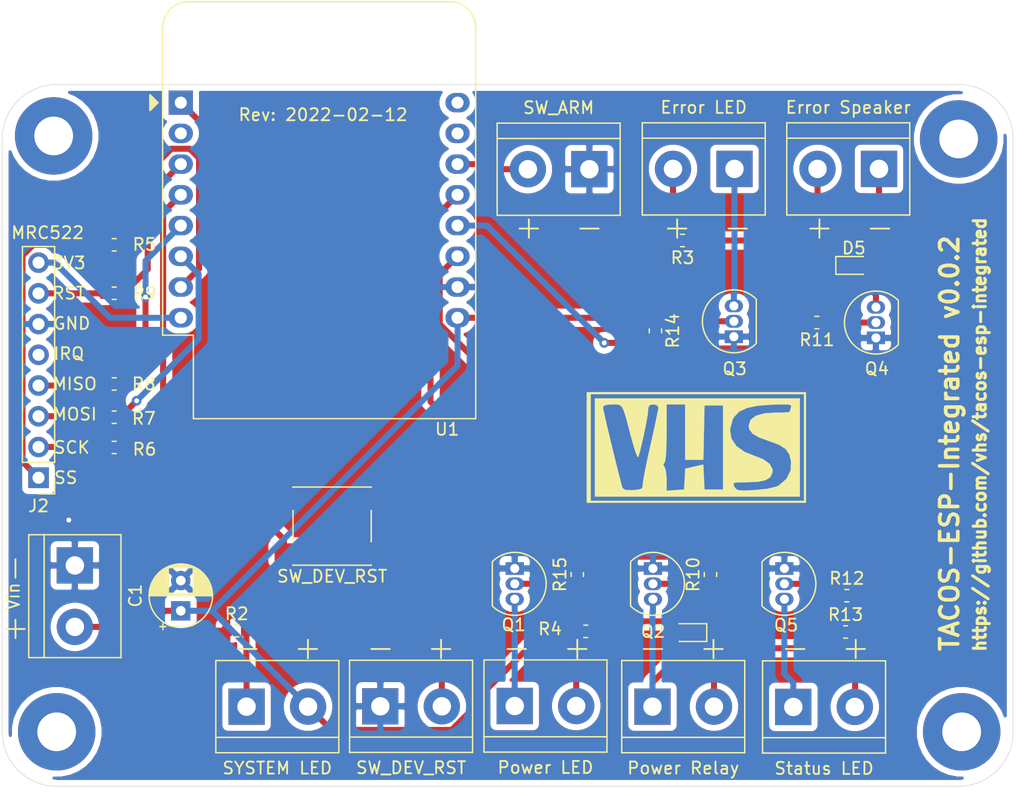
<source format=kicad_pcb>
(kicad_pcb (version 20171130) (host pcbnew "(5.1.6)-1")
  (layers (0 F.Cu mixed) (31 B.Cu mixed) (35 F.Paste user) (37 F.SilkS user) (38 B.Mask user) (39 F.Mask user) (44 Edge.Cuts user))
  (net 0 "")
  (net 1 "Net-(D1-Pad1)")
  (net 2 "Net-(D3-Pad1)")
  (net 3 GND)
  (net 4 MISO)
  (net 5 MOSI)
  (net 6 SCK)
  (net 7 SS)
  (net 8 ERROR_NET)
  (net 9 POWER_NET)
  (net 10 SWITCH)
  (net 11 RST)
  (net 12 STATUS_NET)
  (net 13 "Net-(D2-Pad1)")
  (net 14 "Net-(J2-Pad7)")
  (net 15 "Net-(J2-Pad4)")
  (net 16 "Net-(J2-Pad3)")
  (net 17 "Net-(J2-Pad2)")
  (net 18 "Net-(J2-Pad1)")
  (net 19 "Net-(D4-Pad1)")
  (net 20 "Net-(D2-Pad2)")
  (net 21 "Net-(D3-Pad2)")
  (net 22 "Net-(D4-Pad2)")
  (net 23 "Net-(D5-Pad2)")
  (net 24 "Net-(D6-Pad2)")
  (net 25 "Net-(Q1-Pad2)")
  (net 26 "Net-(Q2-Pad2)")
  (net 27 "Net-(Q3-Pad2)")
  (net 28 "Net-(Q4-Pad2)")
  (net 29 "Net-(Q5-Pad2)")
  (net 30 +5V)
  (net 31 DEV_RST)
  (net 32 +3V3)
  (module Resistor_SMD:R_0603_1608Metric (layer F.Cu) (at 26.5 37.75 180)
    (fp_text reference R5 (at -2.5 0.0254) (layer F.SilkS))
    (fp_text value R100 hide)
    (pad 2 smd roundrect (at 0.7875 0 180) (size 0.875 0.95) (layers F.Cu F.Paste F.Mask) (net 18 "Net-(J2-Pad1)"))
    (pad 1 smd roundrect (at -0.7875 0 180) (size 0.875 0.95) (layers F.Cu F.Paste F.Mask) (net 7 SS))
  )
  (module Resistor_SMD:R_0603_1608Metric (layer F.Cu) (at 26.5 49.25 180)
    (fp_text reference R8 (at -2.4464 0) (layer F.SilkS))
    (fp_text value R100 hide)
    (pad 2 smd roundrect (at 0.7875 0 180) (size 0.875 0.95) (layers F.Cu F.Paste F.Mask) (net 15 "Net-(J2-Pad4)"))
    (pad 1 smd roundrect (at -0.7875 0 180) (size 0.875 0.95) (layers F.Cu F.Paste F.Mask) (net 4 MISO))
  )
  (module Connector_PinHeader_2.54mm:PinHeader_1x08_P2.54mm_Vertical (layer F.Cu) (at 20.25 57 180)
    (fp_text reference J2 (at 0 -2.33) (layer F.SilkS))
    (fp_text value MRC522 (at -0.75 20.25) (layer F.SilkS))
    (pad 8 thru_hole oval (at 0 17.78 180) (size 1.7 1.7) (drill 1) (layers *.Cu *.Mask) (net 32 +3V3))
    (pad 7 thru_hole oval (at 0 15.24 180) (size 1.7 1.7) (drill 1) (layers *.Cu *.Mask) (net 14 "Net-(J2-Pad7)"))
    (pad 6 thru_hole oval (at 0 12.7 180) (size 1.7 1.7) (drill 1) (layers *.Cu *.Mask) (net 3 GND))
    (pad 5 thru_hole oval (at 0 10.16 180) (size 1.7 1.7) (drill 1) (layers *.Cu *.Mask))
    (pad 4 thru_hole oval (at 0 7.62 180) (size 1.7 1.7) (drill 1) (layers *.Cu *.Mask) (net 15 "Net-(J2-Pad4)"))
    (pad 3 thru_hole oval (at 0 5.08 180) (size 1.7 1.7) (drill 1) (layers *.Cu *.Mask) (net 16 "Net-(J2-Pad3)"))
    (pad 2 thru_hole oval (at 0 2.54 180) (size 1.7 1.7) (drill 1) (layers *.Cu *.Mask) (net 17 "Net-(J2-Pad2)"))
    (pad 1 thru_hole rect (at 0 0 180) (size 1.7 1.7) (drill 1) (layers *.Cu *.Mask) (net 18 "Net-(J2-Pad1)"))
  )
  (module Resistor_SMD:R_0603_1608Metric (layer F.Cu) (at 26.5 54.5 180)
    (fp_text reference R6 (at -2.5036 -0.1524) (layer F.SilkS))
    (fp_text value R100 hide)
    (pad 2 smd roundrect (at 0.7875 0 180) (size 0.875 0.95) (layers F.Cu F.Paste F.Mask) (net 17 "Net-(J2-Pad2)"))
    (pad 1 smd roundrect (at -0.7875 0 180) (size 0.875 0.95) (layers F.Cu F.Paste F.Mask) (net 6 SCK))
  )
  (module Resistor_SMD:R_0603_1608Metric (layer F.Cu) (at 26.5 41.75 180)
    (fp_text reference R9 (at -2.5 0) (layer F.SilkS))
    (fp_text value R100 hide)
    (pad 2 smd roundrect (at 0.7875 0 180) (size 0.875 0.95) (layers F.Cu F.Paste F.Mask) (net 14 "Net-(J2-Pad7)"))
    (pad 1 smd roundrect (at -0.7875 0 180) (size 0.875 0.95) (layers F.Cu F.Paste F.Mask) (net 11 RST))
  )
  (module Resistor_SMD:R_0603_1608Metric (layer F.Cu) (at 26.5 52 180)
    (fp_text reference R7 (at -2.4464 -0.1016) (layer F.SilkS))
    (fp_text value R100 hide)
    (pad 2 smd roundrect (at 0.7875 0 180) (size 0.875 0.95) (layers F.Cu F.Paste F.Mask) (net 16 "Net-(J2-Pad3)"))
    (pad 1 smd roundrect (at -0.7875 0 180) (size 0.875 0.95) (layers F.Cu F.Paste F.Mask) (net 5 MOSI))
  )
  (module "TACOS-ESP-Integrated:VHS logo - 150dpi" (layer F.Cu) (at 74.5 54.5)
    (fp_text reference G*** hide)
    (fp_text value LOGO hide)
  )
  (module Capacitor_THT:CP_Radial_D5.0mm_P2.50mm (layer F.Cu) (at 32 68 90)
    (fp_text reference C1 (at 1.25 -3.75 90) (layer F.SilkS))
    (fp_text value CP)
    (pad 2 thru_hole circle (at 2.5 0 90) (size 1.6 1.6) (drill 0.8) (layers *.Cu *.Mask) (net 3 GND))
    (pad 1 thru_hole rect (at 0 0 90) (size 1.6 1.6) (drill 0.8) (layers *.Cu *.Mask) (net 30 +5V))
  )
  (module Button_Switch_SMD:SW_SPST_PTS645 (layer F.Cu) (at 44.5 61)
    (fp_text reference SW3)
    (fp_text value SW_DEV_RST (at 0 4.15) (layer F.SilkS))
    (pad 2 smd rect (at 3.98 2.25) (size 1.55 1.3) (layers F.Cu F.Paste F.Mask) (net 31 DEV_RST))
    (pad 1 smd rect (at 3.98 -2.25) (size 1.55 1.3) (layers F.Cu F.Paste F.Mask) (net 3 GND))
    (pad 1 smd rect (at -3.98 -2.25) (size 1.55 1.3) (layers F.Cu F.Paste F.Mask) (net 3 GND))
    (pad 2 smd rect (at -3.98 2.25) (size 1.55 1.3) (layers F.Cu F.Paste F.Mask) (net 31 DEV_RST))
  )
  (module Resistor_SMD:R_0603_1608Metric (layer F.Cu) (at 64.75 65 90)
    (fp_text reference R15 (at 0 -1.43 90) (layer F.SilkS))
    (fp_text value R1K)
    (pad 2 smd roundrect (at 0.7875 0 90) (size 0.875 0.95) (layers F.Cu F.Paste F.Mask) (net 9 POWER_NET))
    (pad 1 smd roundrect (at -0.7875 0 90) (size 0.875 0.95) (layers F.Cu F.Paste F.Mask) (net 25 "Net-(Q1-Pad2)"))
  )
  (module Package_TO_SOT_THT:TO-92_Inline (layer F.Cu) (at 81.8574 64.5 270)
    (fp_text reference Q5 (at 4.6926 -0.1426 180) (layer F.SilkS))
    (fp_text value PN2222A)
    (pad 1 thru_hole rect (at 0 0 270) (size 1.05 1.5) (drill 0.75) (layers *.Cu *.Mask) (net 3 GND))
    (pad 3 thru_hole oval (at 2.54 0 270) (size 1.05 1.5) (drill 0.75) (layers *.Cu *.Mask) (net 19 "Net-(D4-Pad1)"))
    (pad 2 thru_hole oval (at 1.27 0 270) (size 1.05 1.5) (drill 0.75) (layers *.Cu *.Mask) (net 29 "Net-(Q5-Pad2)"))
  )
  (module Package_TO_SOT_THT:TO-92_Inline (layer F.Cu) (at 71 64.5 270)
    (fp_text reference Q2 (at 5.2046 -0.0138 180) (layer F.SilkS))
    (fp_text value PN2222A)
    (pad 1 thru_hole rect (at 0 0 270) (size 1.05 1.5) (drill 0.75) (layers *.Cu *.Mask) (net 3 GND))
    (pad 3 thru_hole oval (at 2.54 0 270) (size 1.05 1.5) (drill 0.75) (layers *.Cu *.Mask) (net 24 "Net-(D6-Pad2)"))
    (pad 2 thru_hole oval (at 1.27 0 270) (size 1.05 1.5) (drill 0.75) (layers *.Cu *.Mask) (net 26 "Net-(Q2-Pad2)"))
  )
  (module Resistor_SMD:R_0603_1608Metric (layer F.Cu) (at 75.75 65 90)
    (fp_text reference R10 (at 0 -1.43 90) (layer F.SilkS))
    (fp_text value R4.7K)
    (pad 2 smd roundrect (at 0.7875 0 90) (size 0.875 0.95) (layers F.Cu F.Paste F.Mask) (net 9 POWER_NET))
    (pad 1 smd roundrect (at -0.7875 0 90) (size 0.875 0.95) (layers F.Cu F.Paste F.Mask) (net 26 "Net-(Q2-Pad2)"))
  )
  (module MountingHole:MountingHole_3.2mm_M3_Pad (layer F.Cu) (at 96.25 29)
    (fp_text reference H4)
    (fp_text value MountingHole)
    (pad 1 thru_hole circle (at 0 0) (size 6.4 6.4) (drill 3.2) (layers *.Cu *.Mask))
  )
  (module MountingHole:MountingHole_3.2mm_M3_Pad (layer F.Cu) (at 96.5 78)
    (fp_text reference H3)
    (fp_text value MountingHole)
    (pad 1 thru_hole circle (at 0 0) (size 6.4 6.4) (drill 3.2) (layers *.Cu *.Mask))
  )
  (module MountingHole:MountingHole_3.2mm_M3_Pad (layer F.Cu) (at 21.75 78)
    (fp_text reference H2 hide)
    (fp_text value MountingHole hide)
    (pad 1 thru_hole circle (at 0 0) (size 6.4 6.4) (drill 3.2) (layers *.Cu *.Mask))
  )
  (module MountingHole:MountingHole_3.2mm_M3_Pad (layer F.Cu) (at 21.5 28.75)
    (fp_text reference H1)
    (fp_text value MountingHole hide)
    (pad 1 thru_hole circle (at 0 0) (size 6.4 6.4) (drill 3.2) (layers *.Cu *.Mask))
  )
  (module Package_TO_SOT_THT:TO-92_Inline (layer F.Cu) (at 89.42 45.4446 90)
    (fp_text reference Q4 (at -2.5554 0.08 180) (layer F.SilkS))
    (fp_text value PN2222A)
    (pad 1 thru_hole rect (at 0 0 90) (size 1.05 1.5) (drill 0.75) (layers *.Cu *.Mask) (net 3 GND))
    (pad 3 thru_hole oval (at 2.54 0 90) (size 1.05 1.5) (drill 0.75) (layers *.Cu *.Mask) (net 23 "Net-(D5-Pad2)"))
    (pad 2 thru_hole oval (at 1.27 0 90) (size 1.05 1.5) (drill 0.75) (layers *.Cu *.Mask) (net 28 "Net-(Q4-Pad2)"))
  )
  (module TerminalBlock:TerminalBlock_bornier-2_P5.08mm (layer F.Cu) (at 48.4818 75.8952)
    (fp_text reference SW2)
    (fp_text value SW_DEV_RST (at 2.54 5.08) (layer F.SilkS))
    (pad 2 thru_hole circle (at 5.08 0) (size 3 3) (drill 1.52) (layers *.Cu *.Mask) (net 31 DEV_RST))
    (pad 1 thru_hole rect (at 0 0) (size 3 3) (drill 1.52) (layers *.Cu *.Mask) (net 3 GND))
  )
  (module TerminalBlock:TerminalBlock_bornier-2_P5.08mm (layer F.Cu) (at 89.674 31.4746 180)
    (fp_text reference LS1)
    (fp_text value "Error Speaker" (at 2.54 5.08) (layer F.SilkS))
    (pad 2 thru_hole circle (at 5.08 0 180) (size 3 3) (drill 1.52) (layers *.Cu *.Mask) (net 30 +5V))
    (pad 1 thru_hole rect (at 0 0 180) (size 3 3) (drill 1.52) (layers *.Cu *.Mask) (net 23 "Net-(D5-Pad2)"))
  )
  (module Resistor_SMD:R_0603_1608Metric (layer F.Cu) (at 84.5432 44.1746 180)
    (fp_text reference R11 (at 0 -1.43) (layer F.SilkS))
    (fp_text value R1K)
    (pad 2 smd roundrect (at 0.7875 0 180) (size 0.875 0.95) (layers F.Cu F.Paste F.Mask) (net 8 ERROR_NET))
    (pad 1 smd roundrect (at -0.7875 0 180) (size 0.875 0.95) (layers F.Cu F.Paste F.Mask) (net 28 "Net-(Q4-Pad2)"))
  )
  (module Resistor_SMD:R_0603_1608Metric (layer F.Cu) (at 71.2082 44.8604 270)
    (fp_text reference R14 (at 0 -1.43 90) (layer F.SilkS))
    (fp_text value R1K)
    (pad 2 smd roundrect (at 0.7875 0 270) (size 0.875 0.95) (layers F.Cu F.Paste F.Mask) (net 8 ERROR_NET))
    (pad 1 smd roundrect (at -0.7875 0 270) (size 0.875 0.95) (layers F.Cu F.Paste F.Mask) (net 27 "Net-(Q3-Pad2)"))
  )
  (module Resistor_SMD:R_0603_1608Metric (layer F.Cu) (at 86.912 69.7484)
    (fp_text reference R13 (at 0 -1.43) (layer F.SilkS))
    (fp_text value R330)
    (pad 2 smd roundrect (at 0.7875 0) (size 0.875 0.95) (layers F.Cu F.Paste F.Mask) (net 22 "Net-(D4-Pad2)"))
    (pad 1 smd roundrect (at -0.7875 0) (size 0.875 0.95) (layers F.Cu F.Paste F.Mask) (net 30 +5V))
  )
  (module Diode_SMD:D_0603_1608Metric (layer F.Cu) (at 73.958 69.7992 180)
    (fp_text reference D6)
    (fp_text value D)
    (pad 2 smd roundrect (at 0.7875 0 180) (size 0.875 0.95) (layers F.Cu F.Paste F.Mask) (net 24 "Net-(D6-Pad2)"))
    (pad 1 smd roundrect (at -0.7875 0 180) (size 0.875 0.95) (layers F.Cu F.Paste F.Mask) (net 30 +5V))
  )
  (module Diode_SMD:D_0603_1608Metric (layer F.Cu) (at 87.5912 39.4502)
    (fp_text reference D5 (at 0 -1.43) (layer F.SilkS))
    (fp_text value D)
    (pad 2 smd roundrect (at 0.7875 0) (size 0.875 0.95) (layers F.Cu F.Paste F.Mask) (net 23 "Net-(D5-Pad2)"))
    (pad 1 smd roundrect (at -0.7875 0) (size 0.875 0.95) (layers F.Cu F.Paste F.Mask) (net 30 +5V))
  )
  (module Module:WEMOS_D1_mini_light (layer F.Cu) (at 32 26)
    (fp_text reference U1 (at 22 27) (layer F.SilkS))
    (fp_text value WeMos_D1_mini)
    (pad 16 thru_hole oval (at 22.86 0) (size 2 1.6) (drill 1) (layers *.Cu *.Mask))
    (pad 15 thru_hole oval (at 22.86 2.54) (size 2 1.6) (drill 1) (layers *.Cu *.Mask))
    (pad 14 thru_hole oval (at 22.86 5.08) (size 2 1.6) (drill 1) (layers *.Cu *.Mask) (net 10 SWITCH))
    (pad 13 thru_hole oval (at 22.86 7.62) (size 2 1.6) (drill 1) (layers *.Cu *.Mask) (net 9 POWER_NET))
    (pad 12 thru_hole oval (at 22.86 10.16) (size 2 1.6) (drill 1) (layers *.Cu *.Mask) (net 8 ERROR_NET))
    (pad 11 thru_hole oval (at 22.86 12.7) (size 2 1.6) (drill 1) (layers *.Cu *.Mask) (net 12 STATUS_NET))
    (pad 10 thru_hole oval (at 22.86 15.24) (size 2 1.6) (drill 1) (layers *.Cu *.Mask) (net 3 GND))
    (pad 9 thru_hole oval (at 22.86 17.78) (size 2 1.6) (drill 1) (layers *.Cu *.Mask) (net 30 +5V))
    (pad 8 thru_hole oval (at 0 17.78) (size 2 1.6) (drill 1) (layers *.Cu *.Mask) (net 32 +3V3))
    (pad 7 thru_hole oval (at 0 15.24) (size 2 1.6) (drill 1) (layers *.Cu *.Mask) (net 7 SS))
    (pad 6 thru_hole oval (at 0 12.7) (size 2 1.6) (drill 1) (layers *.Cu *.Mask) (net 5 MOSI))
    (pad 5 thru_hole oval (at 0 10.16) (size 2 1.6) (drill 1) (layers *.Cu *.Mask) (net 4 MISO))
    (pad 4 thru_hole oval (at 0 7.62) (size 2 1.6) (drill 1) (layers *.Cu *.Mask) (net 6 SCK))
    (pad 3 thru_hole oval (at 0 5.08) (size 2 1.6) (drill 1) (layers *.Cu *.Mask) (net 11 RST))
    (pad 1 thru_hole rect (at 0 0) (size 2 2) (drill 1) (layers *.Cu *.Mask) (net 31 DEV_RST))
    (pad 2 thru_hole oval (at 0 2.54) (size 2 1.6) (drill 1) (layers *.Cu *.Mask))
  )
  (module TerminalBlock:TerminalBlock_bornier-2_P5.08mm (layer F.Cu) (at 23.25 64.25 270)
    (fp_text reference J4)
    (fp_text value Vin (at 2.54 5.08 90) (layer F.SilkS))
    (pad 2 thru_hole circle (at 5.08 0 270) (size 3 3) (drill 1.52) (layers *.Cu *.Mask) (net 30 +5V))
    (pad 1 thru_hole rect (at 0 0 270) (size 3 3) (drill 1.52) (layers *.Cu *.Mask) (net 3 GND))
  )
  (module Package_TO_SOT_THT:TO-92_Inline (layer F.Cu) (at 77.6852 45.343 90)
    (fp_text reference Q3 (at -2.657 0.0648 180) (layer F.SilkS))
    (fp_text value PN2222A)
    (pad 1 thru_hole rect (at 0 0 90) (size 1.05 1.5) (drill 0.75) (layers *.Cu *.Mask) (net 3 GND))
    (pad 3 thru_hole oval (at 2.54 0 90) (size 1.05 1.5) (drill 0.75) (layers *.Cu *.Mask) (net 13 "Net-(D2-Pad1)"))
    (pad 2 thru_hole oval (at 1.27 0 90) (size 1.05 1.5) (drill 0.75) (layers *.Cu *.Mask) (net 27 "Net-(Q3-Pad2)"))
  )
  (module Resistor_SMD:R_0603_1608Metric (layer F.Cu) (at 87.0136 66.7512)
    (fp_text reference R12 (at 0 -1.43) (layer F.SilkS))
    (fp_text value R330)
    (pad 2 smd roundrect (at 0.7875 0) (size 0.875 0.95) (layers F.Cu F.Paste F.Mask) (net 12 STATUS_NET))
    (pad 1 smd roundrect (at -0.7875 0) (size 0.875 0.95) (layers F.Cu F.Paste F.Mask) (net 29 "Net-(Q5-Pad2)"))
  )
  (module Resistor_SMD:R_0603_1608Metric (layer F.Cu) (at 36.6201 69.6468 180)
    (fp_text reference R2 (at 0 1.3968) (layer F.SilkS))
    (fp_text value R330)
    (pad 2 smd roundrect (at 0.7875 0 180) (size 0.875 0.95) (layers F.Cu F.Paste F.Mask) (net 3 GND))
    (pad 1 smd roundrect (at -0.7875 0 180) (size 0.875 0.95) (layers F.Cu F.Paste F.Mask) (net 1 "Net-(D1-Pad1)"))
  )
  (module TerminalBlock:TerminalBlock_bornier-2_P5.08mm (layer F.Cu) (at 82.594 75.946)
    (fp_text reference D4)
    (fp_text value "Status LED" (at 2.54 5.08) (layer F.SilkS))
    (pad 2 thru_hole circle (at 5.08 0) (size 3 3) (drill 1.52) (layers *.Cu *.Mask) (net 22 "Net-(D4-Pad2)"))
    (pad 1 thru_hole rect (at 0 0) (size 3 3) (drill 1.52) (layers *.Cu *.Mask) (net 19 "Net-(D4-Pad1)"))
  )
  (module TerminalBlock:TerminalBlock_bornier-2_P5.08mm (layer F.Cu) (at 37.4328 75.9206)
    (fp_text reference D1)
    (fp_text value "SYSTEM LED" (at 2.54 5.08) (layer F.SilkS))
    (pad 2 thru_hole circle (at 5.08 0) (size 3 3) (drill 1.52) (layers *.Cu *.Mask) (net 30 +5V))
    (pad 1 thru_hole rect (at 0 0) (size 3 3) (drill 1.52) (layers *.Cu *.Mask) (net 1 "Net-(D1-Pad1)"))
  )
  (module Resistor_SMD:R_0603_1608Metric (layer F.Cu) (at 73.4433 37.3928 180)
    (fp_text reference R3 (at 0 -1.43) (layer F.SilkS))
    (fp_text value R330 hide)
    (pad 2 smd roundrect (at 0.7875 0 180) (size 0.875 0.95) (layers F.Cu F.Paste F.Mask) (net 20 "Net-(D2-Pad2)"))
    (pad 1 smd roundrect (at -0.7875 0 180) (size 0.875 0.95) (layers F.Cu F.Paste F.Mask) (net 30 +5V))
  )
  (module TerminalBlock:TerminalBlock_bornier-2_P5.08mm (layer F.Cu) (at 77.736 31.4746 180)
    (fp_text reference D2)
    (fp_text value "Error LED" (at 2.54 5.08) (layer F.SilkS))
    (pad 2 thru_hole circle (at 5.08 0 180) (size 3 3) (drill 1.52) (layers *.Cu *.Mask) (net 20 "Net-(D2-Pad2)"))
    (pad 1 thru_hole rect (at 0 0 180) (size 3 3) (drill 1.52) (layers *.Cu *.Mask) (net 13 "Net-(D2-Pad1)"))
  )
  (module Package_TO_SOT_THT:TO-92_Inline (layer F.Cu) (at 59.5816 64.5 270)
    (fp_text reference Q1 (at 4.6592 0.0816 180) (layer F.SilkS))
    (fp_text value PN2222A)
    (pad 1 thru_hole rect (at 0 0 270) (size 1.05 1.5) (drill 0.75) (layers *.Cu *.Mask) (net 3 GND))
    (pad 3 thru_hole oval (at 2.54 0 270) (size 1.05 1.5) (drill 0.75) (layers *.Cu *.Mask) (net 2 "Net-(D3-Pad1)"))
    (pad 2 thru_hole oval (at 1.27 0 270) (size 1.05 1.5) (drill 0.75) (layers *.Cu *.Mask) (net 25 "Net-(Q1-Pad2)"))
  )
  (module TerminalBlock:TerminalBlock_bornier-2_P5.08mm (layer F.Cu) (at 70.9608 75.9206)
    (fp_text reference J1)
    (fp_text value "Power Relay" (at 2.54 5.08) (layer F.SilkS))
    (pad 2 thru_hole circle (at 5.08 0) (size 3 3) (drill 1.52) (layers *.Cu *.Mask) (net 30 +5V))
    (pad 1 thru_hole rect (at 0 0) (size 3 3) (drill 1.52) (layers *.Cu *.Mask) (net 24 "Net-(D6-Pad2)"))
  )
  (module Resistor_SMD:R_0603_1608Metric (layer F.Cu) (at 65.449 69.6976 180)
    (fp_text reference R4 (at 2.949 0.1976) (layer F.SilkS))
    (fp_text value R330 hide)
    (pad 2 smd roundrect (at 0.7875 0 180) (size 0.875 0.95) (layers F.Cu F.Paste F.Mask) (net 21 "Net-(D3-Pad2)"))
    (pad 1 smd roundrect (at -0.7875 0 180) (size 0.875 0.95) (layers F.Cu F.Paste F.Mask) (net 30 +5V))
  )
  (module TerminalBlock:TerminalBlock_bornier-2_P5.08mm (layer F.Cu) (at 59.5816 75.8698)
    (fp_text reference D3)
    (fp_text value "Power LED" (at 2.54 5.08) (layer F.SilkS))
    (pad 2 thru_hole circle (at 5.08 0) (size 3 3) (drill 1.52) (layers *.Cu *.Mask) (net 21 "Net-(D3-Pad2)"))
    (pad 1 thru_hole rect (at 0 0) (size 3 3) (drill 1.52) (layers *.Cu *.Mask) (net 2 "Net-(D3-Pad1)"))
  )
  (module TerminalBlock:TerminalBlock_bornier-2_P5.08mm (layer F.Cu) (at 65.75 31.5 180)
    (fp_text reference SW1)
    (fp_text value SW_ARM (at 2.54 5.08) (layer F.SilkS))
    (pad 2 thru_hole circle (at 5.08 0 180) (size 3 3) (drill 1.52) (layers *.Cu *.Mask) (net 10 SWITCH))
    (pad 1 thru_hole rect (at 0 0 180) (size 3 3) (drill 1.52) (layers *.Cu *.Mask) (net 3 GND))
  )
  (gr_text IRQ (at 22.75 46.75) (layer F.SilkS) (effects (font (size 1 1))))
  (gr_text RST (at 22.75 41.75) (layer F.SilkS) (effects (font (size 1 1))))
  (gr_text MISO (at 23.25 49.25) (layer F.SilkS) (effects (font (size 1 1))))
  (gr_text GND (at 23 44.25) (layer F.SilkS) (effects (font (size 1 1))))
  (gr_text MOSI (at 23.25 51.75) (layer F.SilkS) (effects (font (size 1 1))))
  (gr_text SCK (at 23 54.5) (layer F.SilkS) (effects (font (size 1 1))))
  (gr_text 3V3 (at 22.75 39.25) (layer F.SilkS) (effects (font (size 1 1))))
  (gr_text SS (at 22.5 57) (layer F.SilkS) (effects (font (size 1 1))))
  (gr_text "Rev: 2022-02-12" (at 43.75 27) (layer F.SilkS) (effects (font (size 1 1))))
  (gr_text - (at 78 36.25) (layer F.SilkS) (effects (font (size 2 2))))
  (gr_text + (at 60.75 36.25) (layer F.SilkS) (effects (font (size 2 2))))
  (gr_text - (at 65.75 36.25) (layer F.SilkS) (effects (font (size 2 2))))
  (gr_text + (at 84.75 36.25) (layer F.SilkS) (effects (font (size 2 2))))
  (gr_text - (at 89.75 36.25) (layer F.SilkS) (effects (font (size 2 2))))
  (gr_text + (at 73 36.25) (layer F.SilkS) (effects (font (size 2 2))))
  (gr_text + (at 87.75 71) (layer F.SilkS) (effects (font (size 2 2))))
  (gr_text - (at 82.75 71) (layer F.SilkS) (effects (font (size 2 2))))
  (gr_text - (at 71 71) (layer F.SilkS) (effects (font (size 2 2))))
  (gr_text + (at 76 71) (layer F.SilkS) (effects (font (size 2 2))))
  (gr_text - (at 59.75 71) (layer F.SilkS) (effects (font (size 2 2))))
  (gr_text + (at 64.75 71) (layer F.SilkS) (effects (font (size 2 2))))
  (gr_text - (at 48.5 71) (layer F.SilkS) (effects (font (size 2 2))))
  (gr_text + (at 53.5 71) (layer F.SilkS) (effects (font (size 2 2))))
  (gr_text - (at 37.5 71) (layer F.SilkS) (effects (font (size 2 2))))
  (gr_text + (at 42.5 71) (layer F.SilkS) (effects (font (size 2 2))))
  (gr_text - (at 18.5 64.5 270) (layer F.SilkS) (effects (font (size 2 2))))
  (gr_text + (at 18.5 69.5 270) (layer F.SilkS) (effects (font (size 2 2))))
  (gr_arc (start 21.75 29) (end 21.75 24.5) (angle -90) (layer Edge.Cuts) (width 0.05))
  (gr_line (start 17.25 78) (end 17.25 29) (layer Edge.Cuts) (width 0.05))
  (gr_line (start 96.25 82.5) (end 21.75 82.5) (layer Edge.Cuts) (width 0.05))
  (gr_arc (start 21.75 78) (end 17.25 78) (angle -90) (layer Edge.Cuts) (width 0.05))
  (gr_line (start 100.75 29) (end 100.75 78) (layer Edge.Cuts) (width 0.05))
  (gr_arc (start 96.25 78) (end 96.25 82.5) (angle -90) (layer Edge.Cuts) (width 0.05))
  (gr_line (start 91.44 24.5) (end 96.25 24.5) (layer Edge.Cuts) (width 0.05))
  (gr_arc (start 96.25 29) (end 100.75 29) (angle -90) (layer Edge.Cuts) (width 0.05))
  (gr_line (start 27.94 24.5) (end 21.75 24.5) (layer Edge.Cuts) (width 0.05))
  (gr_line (start 91.44 24.5) (end 27.94 24.5) (layer Edge.Cuts) (width 0.05))
  (gr_text https://github.com/vhs/tacos-esp-integrated (at 98 71.5 90) (layer F.SilkS) (effects (font (size 1 1) (thickness 0.25)) (justify left)))
  (gr_text "TACOS-ESP-Integrated v0.0.2" (at 95.5 71.5 90) (layer F.SilkS) (effects (font (size 1.5 1.5) (thickness 0.3)) (justify left)))
  (segment (start 37.4328 75.9206) (end 37.4328 73.9206) (width 0.5) (layer F.Cu) (net 1))
  (segment (start 37.4202 69.6594) (end 37.4202 73.908) (width 0.5) (layer F.Cu) (net 1))
  (segment (start 37.4202 73.908) (end 37.4328 73.9206) (width 0.5) (layer F.Cu) (net 1))
  (segment (start 37.4202 69.6594) (end 37.4076 69.6468) (width 0.5) (layer F.Cu) (net 1))
  (segment (start 37.4328 69.672) (end 37.4202 69.6594) (width 0.5) (layer F.Cu) (net 1))
  (segment (start 59.5816 75.8698) (end 59.5816 67.04) (width 0.5) (layer B.Cu) (net 2))
  (via (at 22.75 60.5) (size 0.8) (layers F.Cu B.Cu) (net 3))
  (segment (start 29.0871 42.0622) (end 29.0871 47.4504) (width 0.5) (layer F.Cu) (net 4))
  (segment (start 29.0871 47.4504) (end 27.2875 49.25) (width 0.5) (layer F.Cu) (net 4))
  (segment (start 32 36.16) (end 29.0871 39.0729) (width 0.5) (layer B.Cu) (net 4))
  (segment (start 29.0871 39.0729) (end 29.0871 42.0622) (width 0.5) (layer B.Cu) (net 4))
  (via (at 29.0871 42.0622) (size 0.8) (layers F.Cu B.Cu) (net 4))
  (segment (start 28.3562 50.6384) (end 27.2875 51.7071) (width 0.5) (layer F.Cu) (net 5))
  (segment (start 27.2875 51.7071) (end 27.2875 52) (width 0.5) (layer F.Cu) (net 5))
  (segment (start 32 38.7) (end 33.4731 40.1731) (width 0.5) (layer B.Cu) (net 5))
  (segment (start 33.4731 40.1731) (end 33.4731 45.5215) (width 0.5) (layer B.Cu) (net 5))
  (segment (start 33.4731 45.5215) (end 28.3562 50.6384) (width 0.5) (layer B.Cu) (net 5))
  (via (at 28.3562 50.6384) (size 0.8) (layers F.Cu B.Cu) (net 5))
  (segment (start 32 33.62) (end 30.5398 35.0802) (width 0.5) (layer F.Cu) (net 6))
  (segment (start 30.5398 35.0802) (end 30.5398 51.2477) (width 0.5) (layer F.Cu) (net 6))
  (segment (start 30.5398 51.2477) (end 27.2875 54.5) (width 0.5) (layer F.Cu) (net 6))
  (segment (start 32 41.24) (end 33.5074 39.7326) (width 0.5) (layer F.Cu) (net 7))
  (segment (start 33.5074 39.7326) (end 33.5074 30.5838) (width 0.5) (layer F.Cu) (net 7))
  (segment (start 33.5074 30.5838) (end 32.7336 29.81) (width 0.5) (layer F.Cu) (net 7))
  (segment (start 32.7336 29.81) (end 31.2267 29.81) (width 0.5) (layer F.Cu) (net 7))
  (segment (start 31.2267 29.81) (end 27.2875 33.7492) (width 0.5) (layer F.Cu) (net 7))
  (segment (start 27.2875 33.7492) (end 27.2875 37.75) (width 0.5) (layer F.Cu) (net 7))
  (segment (start 71.2082 45.6479) (end 71.8787 46.3184) (width 0.5) (layer F.Cu) (net 8))
  (segment (start 71.8787 46.3184) (end 81.6119 46.3184) (width 0.5) (layer F.Cu) (net 8))
  (segment (start 81.6119 46.3184) (end 83.7557 44.1746) (width 0.5) (layer F.Cu) (net 8))
  (segment (start 66.9725 45.855) (end 71.0011 45.855) (width 0.5) (layer F.Cu) (net 8))
  (segment (start 71.0011 45.855) (end 71.2082 45.6479) (width 0.5) (layer F.Cu) (net 8))
  (segment (start 54.86 36.16) (end 57.2775 36.16) (width 0.5) (layer B.Cu) (net 8))
  (segment (start 57.2775 36.16) (end 66.9725 45.855) (width 0.5) (layer B.Cu) (net 8))
  (via (at 66.9725 45.855) (size 0.8) (layers F.Cu B.Cu) (net 8))
  (segment (start 65.4394 63.5231) (end 64.75 64.2125) (width 0.5) (layer F.Cu) (net 9))
  (segment (start 75.75 64.2125) (end 75.0606 63.5231) (width 0.5) (layer F.Cu) (net 9))
  (segment (start 75.0606 63.5231) (end 65.4394 63.5231) (width 0.5) (layer F.Cu) (net 9))
  (segment (start 54.86 33.62) (end 52.6264 35.8536) (width 0.5) (layer F.Cu) (net 9))
  (segment (start 52.6264 35.8536) (end 52.6264 50.7101) (width 0.5) (layer F.Cu) (net 9))
  (segment (start 52.6264 50.7101) (end 65.4394 63.5231) (width 0.5) (layer F.Cu) (net 9))
  (segment (start 54.86 31.08) (end 56.36 31.08) (width 0.5) (layer F.Cu) (net 10))
  (segment (start 60.67 31.5) (end 56.78 31.5) (width 0.5) (layer F.Cu) (net 10))
  (segment (start 56.78 31.5) (end 56.36 31.08) (width 0.5) (layer F.Cu) (net 10))
  (segment (start 32 31.08) (end 29.2689 33.8111) (width 0.5) (layer F.Cu) (net 11))
  (segment (start 29.2689 33.8111) (end 29.2689 39.7686) (width 0.5) (layer F.Cu) (net 11))
  (segment (start 29.2689 39.7686) (end 27.2875 41.75) (width 0.5) (layer F.Cu) (net 11))
  (segment (start 54.86 38.7) (end 53.3881 40.1719) (width 0.5) (layer F.Cu) (net 12))
  (segment (start 53.3881 40.1719) (end 53.3881 44.3082) (width 0.5) (layer F.Cu) (net 12))
  (segment (start 53.3881 44.3082) (end 62.4255 53.3456) (width 0.5) (layer F.Cu) (net 12))
  (segment (start 62.4255 53.3456) (end 74.3955 53.3456) (width 0.5) (layer F.Cu) (net 12))
  (segment (start 74.3955 53.3456) (end 87.8011 66.7512) (width 0.5) (layer F.Cu) (net 12))
  (segment (start 77.6852 42.803) (end 77.6852 41.778) (width 0.5) (layer B.Cu) (net 13))
  (segment (start 77.736 31.4746) (end 77.736 41.7272) (width 0.5) (layer B.Cu) (net 13))
  (segment (start 77.736 41.7272) (end 77.6852 41.778) (width 0.5) (layer B.Cu) (net 13))
  (segment (start 20.25 41.76) (end 25.7025 41.76) (width 0.5) (layer F.Cu) (net 14))
  (segment (start 25.7025 41.76) (end 25.7125 41.75) (width 0.5) (layer F.Cu) (net 14))
  (segment (start 20.25 49.38) (end 25.5825 49.38) (width 0.5) (layer F.Cu) (net 15))
  (segment (start 25.5825 49.38) (end 25.7125 49.25) (width 0.5) (layer F.Cu) (net 15))
  (segment (start 20.25 51.92) (end 25.6325 51.92) (width 0.5) (layer F.Cu) (net 16))
  (segment (start 25.6325 51.92) (end 25.7125 52) (width 0.5) (layer F.Cu) (net 16))
  (segment (start 20.25 54.46) (end 25.6725 54.46) (width 0.5) (layer F.Cu) (net 17))
  (segment (start 25.6725 54.46) (end 25.7125 54.5) (width 0.5) (layer F.Cu) (net 17))
  (segment (start 20.25 57) (end 18.9274 55.6774) (width 0.5) (layer F.Cu) (net 18))
  (segment (start 18.9274 55.6774) (end 18.9274 38.6414) (width 0.5) (layer F.Cu) (net 18))
  (segment (start 18.9274 38.6414) (end 19.8188 37.75) (width 0.5) (layer F.Cu) (net 18))
  (segment (start 19.8188 37.75) (end 25.7125 37.75) (width 0.5) (layer F.Cu) (net 18))
  (segment (start 82.594 75.946) (end 82.594 73.946) (width 0.5) (layer B.Cu) (net 19))
  (segment (start 82.594 73.946) (end 81.8574 73.2094) (width 0.5) (layer B.Cu) (net 19))
  (segment (start 81.8574 73.2094) (end 81.8574 67.04) (width 0.5) (layer B.Cu) (net 19))
  (segment (start 72.6559 37.3927) (end 72.6559 31.4747) (width 0.5) (layer F.Cu) (net 20))
  (segment (start 72.6559 31.4747) (end 72.656 31.4746) (width 0.5) (layer F.Cu) (net 20))
  (segment (start 72.6559 37.3927) (end 72.6558 37.3928) (width 0.5) (layer F.Cu) (net 20))
  (segment (start 72.656 37.3926) (end 72.6559 37.3927) (width 0.5) (layer F.Cu) (net 20))
  (segment (start 64.6615 69.6976) (end 64.6615 75.8697) (width 0.5) (layer F.Cu) (net 21))
  (segment (start 64.6615 75.8697) (end 64.6616 75.8698) (width 0.5) (layer F.Cu) (net 21))
  (segment (start 87.674 75.946) (end 87.6995 75.9205) (width 0.5) (layer F.Cu) (net 22))
  (segment (start 87.6995 75.9205) (end 87.6995 69.7484) (width 0.5) (layer F.Cu) (net 22))
  (segment (start 88.3787 39.4502) (end 89.674 38.1549) (width 0.5) (layer F.Cu) (net 23))
  (segment (start 89.674 38.1549) (end 89.674 31.4746) (width 0.5) (layer F.Cu) (net 23))
  (segment (start 88.3787 39.4502) (end 88.3787 40.8383) (width 0.5) (layer F.Cu) (net 23))
  (segment (start 88.3787 40.8383) (end 89.42 41.8796) (width 0.5) (layer F.Cu) (net 23))
  (segment (start 89.42 42.9046) (end 89.42 41.8796) (width 0.5) (layer F.Cu) (net 23))
  (segment (start 71 67.04) (end 71 68.065) (width 0.5) (layer B.Cu) (net 24))
  (segment (start 70.9608 75.9206) (end 70.9608 68.1042) (width 0.5) (layer B.Cu) (net 24))
  (segment (start 70.9608 68.1042) (end 71 68.065) (width 0.5) (layer B.Cu) (net 24))
  (segment (start 70.9608 75.9206) (end 70.9608 73.9206) (width 0.5) (layer F.Cu) (net 24))
  (segment (start 73.1705 69.7992) (end 73.1705 71.7109) (width 0.5) (layer F.Cu) (net 24))
  (segment (start 73.1705 71.7109) (end 70.9608 73.9206) (width 0.5) (layer F.Cu) (net 24))
  (segment (start 59.5816 65.77) (end 64.7325 65.77) (width 0.5) (layer F.Cu) (net 25))
  (segment (start 64.7325 65.77) (end 64.75 65.7875) (width 0.5) (layer F.Cu) (net 25))
  (segment (start 71 65.77) (end 75.7325 65.77) (width 0.5) (layer F.Cu) (net 26))
  (segment (start 75.7325 65.77) (end 75.75 65.7875) (width 0.5) (layer F.Cu) (net 26))
  (segment (start 77.6852 44.073) (end 71.2083 44.073) (width 0.5) (layer F.Cu) (net 27))
  (segment (start 71.2083 44.073) (end 71.2082 44.0729) (width 0.5) (layer F.Cu) (net 27))
  (segment (start 89.42 44.1746) (end 85.3307 44.1746) (width 0.5) (layer F.Cu) (net 28))
  (segment (start 81.8574 65.77) (end 85.2449 65.77) (width 0.5) (layer F.Cu) (net 29))
  (segment (start 85.2449 65.77) (end 86.2261 66.7512) (width 0.5) (layer F.Cu) (net 29))
  (segment (start 66.2365 69.6976) (end 65.2683 68.7294) (width 0.5) (layer F.Cu) (net 30))
  (segment (start 65.2683 68.7294) (end 63.0295 68.7294) (width 0.5) (layer F.Cu) (net 30))
  (segment (start 63.0295 68.7294) (end 56.8735 74.8854) (width 0.5) (layer F.Cu) (net 30))
  (segment (start 56.8735 74.8854) (end 56.8735 75.3481) (width 0.5) (layer F.Cu) (net 30))
  (segment (start 56.8735 75.3481) (end 54.376 77.8456) (width 0.5) (layer F.Cu) (net 30))
  (segment (start 54.376 77.8456) (end 44.4378 77.8456) (width 0.5) (layer F.Cu) (net 30))
  (segment (start 44.4378 77.8456) (end 42.5128 75.9206) (width 0.5) (layer F.Cu) (net 30))
  (segment (start 74.7455 69.7992) (end 73.8182 68.8719) (width 0.5) (layer F.Cu) (net 30))
  (segment (start 73.8182 68.8719) (end 67.0622 68.8719) (width 0.5) (layer F.Cu) (net 30))
  (segment (start 67.0622 68.8719) (end 66.2365 69.6976) (width 0.5) (layer F.Cu) (net 30))
  (segment (start 76.0408 71.0945) (end 76.0408 75.9206) (width 0.5) (layer F.Cu) (net 30))
  (segment (start 76.0408 71.0945) (end 84.7784 71.0945) (width 0.5) (layer F.Cu) (net 30))
  (segment (start 84.7784 71.0945) (end 86.1245 69.7484) (width 0.5) (layer F.Cu) (net 30))
  (segment (start 74.7455 69.7992) (end 76.0408 71.0945) (width 0.5) (layer F.Cu) (net 30))
  (segment (start 34.5922 68) (end 32 68) (width 0.5) (layer B.Cu) (net 30))
  (segment (start 42.5128 75.9206) (end 34.5922 68) (width 0.5) (layer B.Cu) (net 30))
  (segment (start 54.86 43.78) (end 54.86 47.7322) (width 0.5) (layer B.Cu) (net 30))
  (segment (start 54.86 47.7322) (end 34.5922 68) (width 0.5) (layer B.Cu) (net 30))
  (segment (start 74.2308 37.3928) (end 67.8436 43.78) (width 0.5) (layer F.Cu) (net 30))
  (segment (start 67.8436 43.78) (end 54.86 43.78) (width 0.5) (layer F.Cu) (net 30))
  (segment (start 74.2308 37.3928) (end 84.594 37.3928) (width 0.5) (layer F.Cu) (net 30))
  (segment (start 84.594 37.3928) (end 84.7463 37.3928) (width 0.5) (layer F.Cu) (net 30))
  (segment (start 84.7463 37.3928) (end 86.8037 39.4502) (width 0.5) (layer F.Cu) (net 30))
  (segment (start 84.594 37.3928) (end 84.594 31.4746) (width 0.5) (layer F.Cu) (net 30))
  (segment (start 32 68) (end 30.7 68) (width 0.5) (layer F.Cu) (net 30))
  (segment (start 23.25 69.33) (end 29.37 69.33) (width 0.5) (layer F.Cu) (net 30))
  (segment (start 29.37 69.33) (end 30.7 68) (width 0.5) (layer F.Cu) (net 30))
  (segment (start 48.48 63.25) (end 48.48 64.4) (width 0.5) (layer F.Cu) (net 31))
  (segment (start 53.5618 75.8952) (end 53.5618 69.4818) (width 0.5) (layer F.Cu) (net 31))
  (segment (start 53.5618 69.4818) (end 48.48 64.4) (width 0.5) (layer F.Cu) (net 31))
  (segment (start 48.48 63.25) (end 47.205 63.25) (width 0.5) (layer F.Cu) (net 31))
  (segment (start 40.52 62.675) (end 46.63 62.675) (width 0.5) (layer F.Cu) (net 31))
  (segment (start 46.63 62.675) (end 47.205 63.25) (width 0.5) (layer F.Cu) (net 31))
  (segment (start 40.52 62.675) (end 40.52 62.1) (width 0.5) (layer F.Cu) (net 31))
  (segment (start 40.52 63.25) (end 40.52 62.675) (width 0.5) (layer F.Cu) (net 31))
  (segment (start 32 26) (end 38.7992 32.7992) (width 0.5) (layer F.Cu) (net 31))
  (segment (start 38.7992 32.7992) (end 38.7992 60.3792) (width 0.5) (layer F.Cu) (net 31))
  (segment (start 38.7992 60.3792) (end 40.52 62.1) (width 0.5) (layer F.Cu) (net 31))
  (segment (start 20.25 39.22) (end 21.6 39.22) (width 0.5) (layer B.Cu) (net 32))
  (segment (start 32 43.78) (end 26.16 43.78) (width 0.5) (layer B.Cu) (net 32))
  (segment (start 26.16 43.78) (end 21.6 39.22) (width 0.5) (layer B.Cu) (net 32))
  (zone (net 3) (net_name GND) (layer F.Cu) (connect_pads (clearance 0.508)) (min_thickness 0.254) (fill yes (arc_segments 32) (thermal_gap 0.508) (thermal_bridge_width 0.508))
    (polygon (pts (xy 100.75 82.5) (xy 17.25 82.5) (xy 17.25 24.5) (xy 100.75 24.5)))
  )
  (zone (net 3) (net_name GND) (layer B.Cu) (connect_pads (clearance 0.5)) (min_thickness 0.25) (fill yes (arc_segments 32) (thermal_gap 0.5) (thermal_bridge_width 0.5))
    (polygon (pts (xy 100.75 82.5) (xy 17.25 82.5) (xy 17.25 24.5) (xy 100.745144 24.5)))
  )
)
</source>
